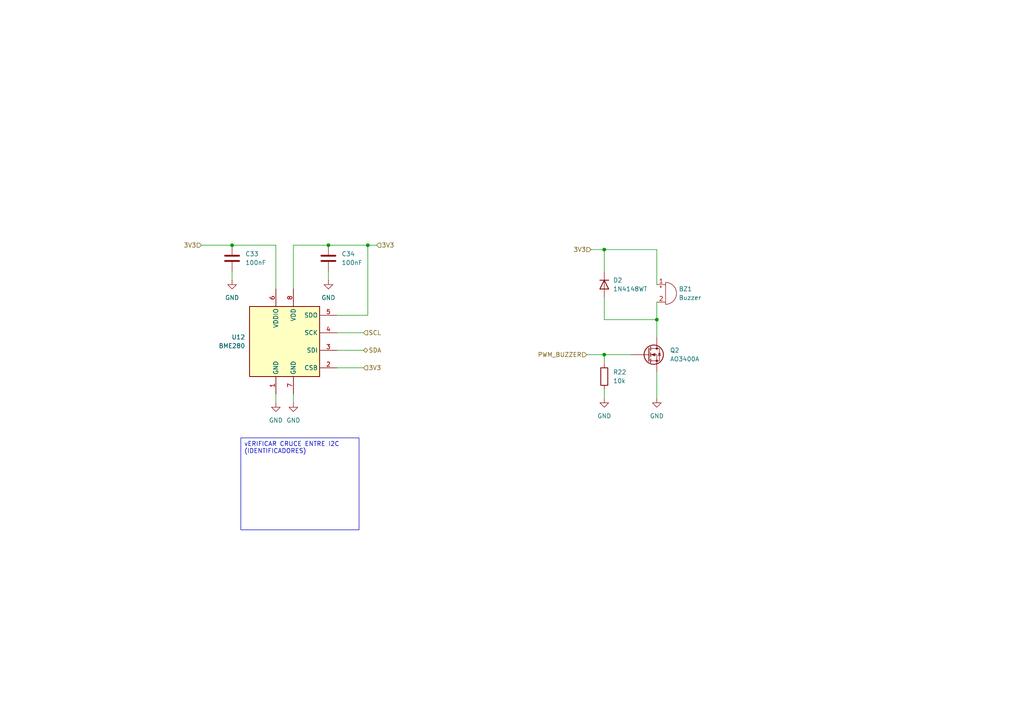
<source format=kicad_sch>
(kicad_sch (version 20250114) (generator "eeschema") (generator_version "9.0")
  (paper "A4")
  (lib_symbols
    (symbol "Device:Buzzer" (pin_names (offset 0.0254) (hide yes))
      (property "Reference" "BZ" (at 3.81 1.27 0))
      (property "Value" "Buzzer" (at 3.81 -1.27 0))
      (symbol "Buzzer_0_1"
        (polyline (pts (xy -1.651 1.905) (xy -1.143 1.905)))
        (polyline (pts (xy -1.397 2.159) (xy -1.397 1.651)))
        (arc (start 0 3.175) (mid 3.1612 0) (end 0 -3.175))
        (polyline (pts (xy 0 3.175) (xy 0 -3.175)))
      )
      (symbol "Buzzer_1_1"
        (pin passive line (at -2.54 2.54 0) (length 2.54) (name "+") (number "1"))
        (pin passive line (at -2.54 -2.54 0) (length 2.54) (name "-") (number "2"))
      )
    )
    (symbol "Device:C" (pin_numbers (hide yes)) (pin_names (offset 0.254))
      (property "Reference" "C" (at 0.635 2.54 0))
      (property "Value" "C" (at 0.635 -2.54 0))
      (symbol "C_0_1"
        (polyline (pts (xy -2.032 0.762) (xy 2.032 0.762)) (stroke (width 0.508)))
        (polyline (pts (xy -2.032 -0.762) (xy 2.032 -0.762)) (stroke (width 0.508)))
      )
      (symbol "C_1_1"
        (pin passive line (at 0 3.81 270) (length 2.794) (name "~") (number "1"))
        (pin passive line (at 0 -3.81 90) (length 2.794) (name "~") (number "2"))
      )
    )
    (symbol "Device:Q_NMOS" (pin_numbers (hide yes)) (pin_names (offset 0) (hide yes))
      (property "Reference" "Q" (at 5.08 1.27 0))
      (property "Value" "Q_NMOS" (at 5.08 -1.27 0))
      (symbol "Q_NMOS_0_1"
        (polyline (pts (xy 0.254 1.905) (xy 0.254 -1.905)) (stroke (width 0.254)))
        (polyline (pts (xy 0.254 0) (xy -2.54 0)))
        (polyline (pts (xy 0.762 2.286) (xy 0.762 1.27)) (stroke (width 0.254)))
        (polyline (pts (xy 0.762 0.508) (xy 0.762 -0.508)) (stroke (width 0.254)))
        (polyline (pts (xy 0.762 -1.27) (xy 0.762 -2.286)) (stroke (width 0.254)))
        (polyline (pts (xy 0.762 -1.778) (xy 3.302 -1.778) (xy 3.302 1.778) (xy 0.762 1.778)))
        (polyline (pts (xy 1.016 0) (xy 2.032 0.381) (xy 2.032 -0.381) (xy 1.016 0)) (fill (type outline)))
        (circle (center 1.651 0) (radius 2.794) (stroke (width 0.254)))
        (polyline (pts (xy 2.54 2.54) (xy 2.54 1.778)))
        (circle (center 2.54 1.778) (radius 0.254) (fill (type outline)))
        (circle (center 2.54 -1.778) (radius 0.254) (fill (type outline)))
        (polyline (pts (xy 2.54 -2.54) (xy 2.54 0) (xy 0.762 0)))
        (polyline (pts (xy 2.921 0.381) (xy 3.683 0.381)))
        (polyline (pts (xy 3.302 0.381) (xy 2.921 -0.254) (xy 3.683 -0.254) (xy 3.302 0.381)))
      )
      (symbol "Q_NMOS_1_1"
        (pin input line (at -5.08 0 0) (length 2.54) (name "G") (number "G"))
        (pin passive line (at 2.54 5.08 270) (length 2.54) (name "D") (number "D"))
        (pin passive line (at 2.54 -5.08 90) (length 2.54) (name "S") (number "S"))
      )
    )
    (symbol "Device:R" (pin_numbers (hide yes)) (pin_names (offset 0))
      (property "Reference" "R" (at 2.032 0 90))
      (property "Value" "R" (at 0 0 90))
      (symbol "R_0_1"
        (rectangle (start -1.016 -2.54) (end 1.016 2.54) (stroke (width 0.254)))
      )
      (symbol "R_1_1"
        (pin passive line (at 0 3.81 270) (length 1.27) (name "~") (number "1"))
        (pin passive line (at 0 -3.81 90) (length 1.27) (name "~") (number "2"))
      )
    )
    (symbol "Diode:1N4148WT" (pin_numbers (hide yes)) (pin_names (hide yes))
      (property "Reference" "D" (at 0 2.54 0))
      (property "Value" "1N4148WT" (at 0 -2.54 0))
      (symbol "1N4148WT_0_1"
        (polyline (pts (xy -1.27 1.27) (xy -1.27 -1.27)) (stroke (width 0.254)))
        (polyline (pts (xy 1.27 1.27) (xy 1.27 -1.27) (xy -1.27 0) (xy 1.27 1.27)) (stroke (width 0.254)))
        (polyline (pts (xy 1.27 0) (xy -1.27 0)))
      )
      (symbol "1N4148WT_1_1"
        (pin passive line (at -3.81 0 0) (length 2.54) (name "K") (number "1"))
        (pin passive line (at 3.81 0 180) (length 2.54) (name "A") (number "2"))
      )
    )
    (symbol "Sensor:BME280"
      (property "Reference" "U" (at -8.89 11.43 0))
      (property "Value" "BME280" (at 7.62 11.43 0))
      (symbol "BME280_0_1"
        (rectangle (start -10.16 10.16) (end 10.16 -10.16) (stroke (width 0.254)) (fill (type background)))
      )
      (symbol "BME280_1_1"
        (pin power_in line (at -2.54 15.24 270) (length 5.08) (name "VDDIO") (number "6"))
        (pin power_in line (at -2.54 -15.24 90) (length 5.08) (name "GND") (number "1"))
        (pin power_in line (at 2.54 15.24 270) (length 5.08) (name "VDD") (number "8"))
        (pin power_in line (at 2.54 -15.24 90) (length 5.08) (name "GND") (number "7"))
        (pin bidirectional line (at 15.24 7.62 180) (length 5.08) (name "SDO") (number "5"))
        (pin input line (at 15.24 2.54 180) (length 5.08) (name "SCK") (number "4"))
        (pin bidirectional line (at 15.24 -2.54 180) (length 5.08) (name "SDI") (number "3"))
        (pin input line (at 15.24 -7.62 180) (length 5.08) (name "CSB") (number "2"))
      )
    )
    (symbol "power:GND" (power) (pin_numbers (hide yes)) (pin_names (offset 0) (hide yes))
      (property "Value" "GND" (at 0 -3.81 0))
      (symbol "GND_0_1"
        (polyline (pts (xy 0 0) (xy 0 -1.27) (xy 1.27 -1.27) (xy 0 -2.54) (xy -1.27 -1.27) (xy 0 -1.27)))
      )
      (symbol "GND_1_1"
        (pin power_in line (at 0 0 270) (length 0) (name "~") (number "1"))
      )
    )
  )
  (text_box "vERIFICAR CRUCE ENTRE I2C (IDENTIFICADORES)\n" (at 69.85 127 0) (size 34.29 26.67) (margins 0.9525 0.9525 0.9525 0.9525) (effects (font (size 1.27 1.27)) (justify left top)))
  (junction (at 175.26 72.39))
  (junction (at 95.25 71.12))
  (junction (at 67.31 71.12))
  (junction (at 106.68 71.12))
  (junction (at 190.5 92.71))
  (junction (at 175.26 102.87))
  (wire (pts (xy 67.31 81.28) (xy 67.31 78.74)))
  (wire (pts (xy 190.5 87.63) (xy 190.5 92.71)))
  (wire (pts (xy 95.25 81.28) (xy 95.25 78.74)))
  (wire (pts (xy 58.42 71.12) (xy 67.31 71.12)))
  (wire (pts (xy 80.01 71.12) (xy 80.01 83.82)))
  (wire (pts (xy 80.01 116.84) (xy 80.01 114.3)))
  (wire (pts (xy 85.09 83.82) (xy 85.09 71.12)))
  (wire (pts (xy 190.5 92.71) (xy 190.5 97.79)))
  (wire (pts (xy 171.45 72.39) (xy 175.26 72.39)))
  (wire (pts (xy 95.25 71.12) (xy 106.68 71.12)))
  (wire (pts (xy 97.79 101.6) (xy 105.41 101.6)))
  (wire (pts (xy 85.09 71.12) (xy 95.25 71.12)))
  (wire (pts (xy 105.41 106.68) (xy 97.79 106.68)))
  (wire (pts (xy 175.26 105.41) (xy 175.26 102.87)))
  (wire (pts (xy 175.26 115.57) (xy 175.26 113.03)))
  (wire (pts (xy 190.5 107.95) (xy 190.5 115.57)))
  (wire (pts (xy 175.26 72.39) (xy 175.26 78.74)))
  (wire (pts (xy 175.26 86.36) (xy 175.26 92.71)))
  (wire (pts (xy 190.5 72.39) (xy 190.5 82.55)))
  (wire (pts (xy 67.31 71.12) (xy 80.01 71.12)))
  (wire (pts (xy 85.09 116.84) (xy 85.09 114.3)))
  (wire (pts (xy 175.26 92.71) (xy 190.5 92.71)))
  (wire (pts (xy 175.26 72.39) (xy 190.5 72.39)))
  (wire (pts (xy 97.79 91.44) (xy 106.68 91.44)))
  (wire (pts (xy 106.68 71.12) (xy 109.22 71.12)))
  (wire (pts (xy 170.18 102.87) (xy 175.26 102.87)))
  (wire (pts (xy 106.68 91.44) (xy 106.68 71.12)))
  (wire (pts (xy 175.26 102.87) (xy 182.88 102.87)))
  (wire (pts (xy 97.79 96.52) (xy 105.41 96.52)))
  (hierarchical_label "SCL" (shape input) (at 105.41 96.52 0))
  (hierarchical_label "SDA" (shape bidirectional) (at 105.41 101.6 0))
  (hierarchical_label "3V3" (shape input) (at 105.41 106.68 0))
  (hierarchical_label "3V3" (shape input) (at 109.22 71.12 0))
  (hierarchical_label "PWM_BUZZER" (shape input) (at 170.18 102.87 180))
  (hierarchical_label "3V3" (shape input) (at 58.42 71.12 180))
  (hierarchical_label "3V3" (shape input) (at 171.45 72.39 180))
  (symbol (lib_id "Device:C") (at 67.31 74.93 0) (unit 1)
    (property "Reference" "C33" (at 71.12 73.6599 0) (effects (justify left)))
    (property "Value" "100nF" (at 71.12 76.2 0) (effects (justify left)))
    (property "Footprint" "Capacitor_SMD:C_0402_1005Metric" (effects (hide yes)))
    (property "Datasheet" "https://mm.digikey.com/Volume0/opasdata/d220001/medias/docus/729/CL05B104KA5NNNC_Spec.pdf" (effects (hide yes)))
    (property "Description" "CAP CER 0.1UF 25V X7R 0402" (effects (hide yes)))
    (property "Part Number" "CL05B104KA5NNNC" (effects (hide yes)))
    (property "Provider" "Digikey" (effects (hide yes)))
  )
  (symbol (lib_id "Device:R") (at 175.26 109.22 180) (unit 1)
    (property "Reference" "R22" (at 177.8 107.9499 0) (effects (justify right)))
    (property "Value" "10k" (at 177.8 110.4899 0) (effects (justify right)))
    (property "Footprint" "Resistor_SMD:R_0603_1608Metric" (effects (hide yes)))
    (property "Datasheet" "https://yageogroup.com/content/datasheet/asset/file/PYU-RC_GROUP_51_ROHS_L" (effects (hide yes)))
    (property "Description" "RES 10K OHM 1% 1/10W 0603" (effects (hide yes)))
    (property "Part Number" "RC0603FR-0710KL" (effects (hide yes)))
    (property "Provider" "Digikey" (effects (hide yes)))
  )
  (symbol (lib_id "Diode:1N4148WT") (at 175.26 82.55 270) (unit 1)
    (property "Reference" "D2" (at 177.8 81.2799 90) (effects (justify left)))
    (property "Value" "1N4148WT" (at 177.8 83.8199 90) (effects (justify left)))
    (property "Footprint" "Diode_SMD:D_SOD-523" (effects (hide yes)))
    (property "Datasheet" "https://mm.digikey.com/Volume0/opasdata/d220001/medias/docus/6621/1N914BWTCND.pdf" (effects (hide yes)))
    (property "Description" "DIODE STANDARD 75V 200MA SOD523F" (effects (hide yes)))
    (property "Sim.Device" "D" (effects (hide yes)))
    (property "Sim.Pins" "1=K 2=A" (effects (hide yes)))
    (property "Part Number" "1N4148WT" (effects (hide yes)))
    (property "Provider" "Digikey" (effects (hide yes)))
  )
  (symbol (lib_id "power:GND") (at 80.01 116.84 0) (unit 1)
    (property "Reference" "#PWR054" (effects (hide yes)))
    (property "Value" "GND" (at 80.01 121.92 0))
    (property "Description" "Power symbol creates a global label with name \"GND\" , ground" (effects (hide yes)))
  )
  (symbol (lib_id "power:GND") (at 85.09 116.84 0) (unit 1)
    (property "Reference" "#PWR055" (effects (hide yes)))
    (property "Value" "GND" (at 85.09 121.92 0))
    (property "Description" "Power symbol creates a global label with name \"GND\" , ground" (effects (hide yes)))
  )
  (symbol (lib_id "Device:Q_NMOS") (at 187.96 102.87 0) (unit 1)
    (property "Reference" "Q2" (at 194.31 101.5999 0) (effects (justify left)))
    (property "Value" "AO3400A" (at 194.31 104.1399 0) (effects (justify left)))
    (property "Footprint" "Package_TO_SOT_SMD:TSOT-23" (effects (hide yes)))
    (property "Datasheet" "https://mm.digikey.com/Volume0/opasdata/d220001/medias/docus/1133/AO3400A_ds.pdf" (effects (hide yes)))
    (property "Description" "N-Channel 30 V 5.7A (Ta) 1.4W (Ta) Surface Mount SOT-23-3" (effects (hide yes)))
    (property "Part Number" "AO3400A" (effects (hide yes)))
    (property "Provider" "Digikey" (effects (hide yes)))
  )
  (symbol (lib_id "power:GND") (at 190.5 115.57 0) (unit 1)
    (property "Reference" "#PWR032" (effects (hide yes)))
    (property "Value" "GND" (at 190.5 120.65 0))
    (property "Description" "Power symbol creates a global label with name \"GND\" , ground" (effects (hide yes)))
  )
  (symbol (lib_id "Device:C") (at 95.25 74.93 0) (unit 1)
    (property "Reference" "C34" (at 99.06 73.6599 0) (effects (justify left)))
    (property "Value" "100nF" (at 99.06 76.2 0) (effects (justify left)))
    (property "Footprint" "Capacitor_SMD:C_0402_1005Metric" (effects (hide yes)))
    (property "Datasheet" "https://mm.digikey.com/Volume0/opasdata/d220001/medias/docus/729/CL05B104KA5NNNC_Spec.pdf" (effects (hide yes)))
    (property "Description" "CAP CER 0.1UF 25V X7R 0402" (effects (hide yes)))
    (property "Part Number" "CL05B104KA5NNNC" (effects (hide yes)))
    (property "Provider" "Digikey" (effects (hide yes)))
  )
  (symbol (lib_id "Device:Buzzer") (at 193.04 85.09 0) (unit 1)
    (property "Reference" "BZ1" (at 196.85 83.8199 0) (effects (justify left)))
    (property "Value" "Buzzer" (at 196.85 86.3599 0) (effects (justify left)))
    (property "Footprint" "Sadman_audio:SMT-0827-S-HT-R" (effects (hide yes)))
    (property "Datasheet" "https://puiaudio.com/file/specs-SMT-0827-S-HT-R.pdf" (effects (hide yes)))
    (property "Description" "Buzzer, polarized" (effects (hide yes)))
    (property "Part Number" "SMT-0827-S-HT-R" (effects (hide yes)))
    (property "Provider" "Digikey" (effects (hide yes)))
  )
  (symbol (lib_id "Sensor:BME280") (at 82.55 99.06 0) (unit 1)
    (property "Reference" "U12" (at 71.12 97.7899 0) (effects (justify right)))
    (property "Value" "BME280" (at 71.12 100.3299 0) (effects (justify right)))
    (property "Footprint" "Package_LGA:Bosch_LGA-8_2.5x2.5mm_P0.65mm_ClockwisePinNumbering" (effects (hide yes)))
    (property "Datasheet" "https://www.bosch-sensortec.com/media/boschsensortec/downloads/datasheets/bst-bme280-ds002.pdf" (effects (hide yes)))
    (property "Description" "3-in-1 sensor, humidity, pressure, temperature, I2C and SPI interface, 1.71-3.6V, LGA-8" (effects (hide yes)))
    (property "Part Number" "BME280" (effects (hide yes)))
    (property "Provider" "Digikey" (effects (hide yes)))
  )
  (symbol (lib_id "power:GND") (at 175.26 115.57 0) (unit 1)
    (property "Reference" "#PWR033" (effects (hide yes)))
    (property "Value" "GND" (at 175.26 120.65 0))
    (property "Description" "Power symbol creates a global label with name \"GND\" , ground" (effects (hide yes)))
  )
  (symbol (lib_id "power:GND") (at 67.31 81.28 0) (unit 1)
    (property "Reference" "#PWR050" (effects (hide yes)))
    (property "Value" "GND" (at 67.31 86.36 0))
    (property "Description" "Power symbol creates a global label with name \"GND\" , ground" (effects (hide yes)))
  )
  (symbol (lib_id "power:GND") (at 95.25 81.28 0) (unit 1)
    (property "Reference" "#PWR051" (effects (hide yes)))
    (property "Value" "GND" (at 95.25 86.36 0))
    (property "Description" "Power symbol creates a global label with name \"GND\" , ground" (effects (hide yes)))
  )
)
</source>
